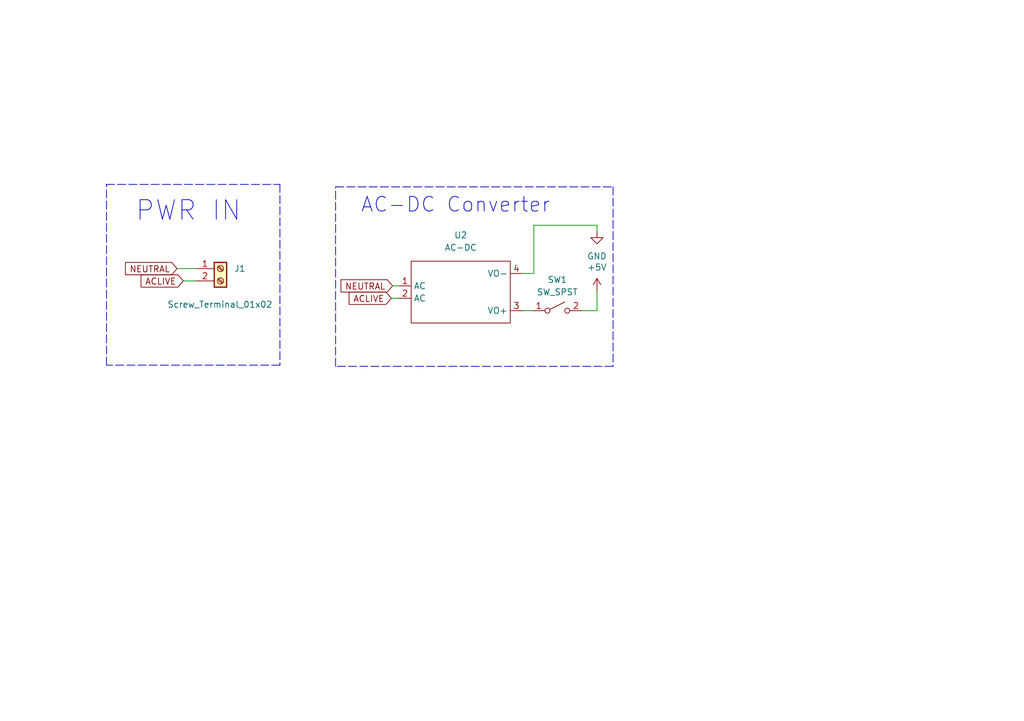
<source format=kicad_sch>
(kicad_sch (version 20211123) (generator eeschema)
  (paper "A5")
  (lib_symbols
    (symbol "Connector:Screw_Terminal_01x02" (pin_names (offset 1.016) hide)
      (property "Reference" "J" (at 0 2.54 0))
      (property "Value" "Screw_Terminal_01x02" (at 0 -5.08 0))
      (symbol "Screw_Terminal_01x02_1_1"
        (rectangle (start -1.27 1.27) (end 1.27 -3.81) (stroke (width 0.254)) (fill (type background)))
        (circle (center 0 -2.54) (radius 0.635) (stroke (width 0.1524)))
        (polyline (pts (xy -0.5334 -2.2098) (xy 0.3302 -3.048)) (stroke (width 0.1524)))
        (polyline (pts (xy -0.5334 0.3302) (xy 0.3302 -0.508)) (stroke (width 0.1524)))
        (polyline (pts (xy -0.3556 -2.032) (xy 0.508 -2.8702)) (stroke (width 0.1524)))
        (polyline (pts (xy -0.3556 0.508) (xy 0.508 -0.3302)) (stroke (width 0.1524)))
        (circle (center 0 0) (radius 0.635) (stroke (width 0.1524)))
        (pin passive line (at -5.08 0 0) (length 3.81) (name "Pin_1") (number "1"))
        (pin passive line (at -5.08 -2.54 0) (length 3.81) (name "Pin_2") (number "2"))
      )
    )
    (symbol "Switch:SW_SPST" (pin_names (offset 0) hide)
      (property "Reference" "SW" (at 0 3.175 0))
      (property "Value" "SW_SPST" (at 0 -2.54 0))
      (symbol "SW_SPST_0_0"
        (circle (center -2.032 0) (radius 0.508))
        (polyline (pts (xy -1.524 0.254) (xy 1.524 1.778)))
        (circle (center 2.032 0) (radius 0.508))
      )
      (symbol "SW_SPST_1_1"
        (pin passive line (at -5.08 0 0) (length 2.54) (name "A") (number "1"))
        (pin passive line (at 5.08 0 180) (length 2.54) (name "B") (number "2"))
      )
    )
    (symbol "Userlibrary:AC-DC"
      (property "Reference" "U" (at 0 0 0))
      (property "Value" "AC-DC" (at 0 0 0))
      (symbol "AC-DC_0_1"
        (rectangle (start 0 12.7) (end 20.32 0))
      )
      (symbol "AC-DC_1_1"
        (pin power_in line (at -2.54 7.62 0) (length 2.54) (name "AC") (number "1"))
        (pin power_in line (at -2.54 5.08 0) (length 2.54) (name "AC") (number "2"))
        (pin power_out line (at 22.86 2.54 180) (length 2.54) (name "VO+") (number "3"))
        (pin power_out line (at 22.86 10.16 180) (length 2.54) (name "VO-") (number "4"))
      )
    )
    (symbol "power:+5V" (power) (pin_names (offset 0))
      (property "Value" "+5V" (at 0 3.556 0))
      (symbol "+5V_0_1"
        (polyline (pts (xy -0.762 1.27) (xy 0 2.54)))
        (polyline (pts (xy 0 0) (xy 0 2.54)))
        (polyline (pts (xy 0 2.54) (xy 0.762 1.27)))
      )
      (symbol "+5V_1_1"
        (pin power_in line (at 0 0 90) (length 0) hide (name "+5V") (number "1"))
      )
    )
    (symbol "power:GND" (power) (pin_names (offset 0))
      (property "Value" "GND" (at 0 -3.81 0))
      (symbol "GND_0_1"
        (polyline (pts (xy 0 0) (xy 0 -1.27) (xy 1.27 -1.27) (xy 0 -2.54) (xy -1.27 -1.27) (xy 0 -1.27)))
      )
      (symbol "GND_1_1"
        (pin power_in line (at 0 0 270) (length 0) hide (name "GND") (number "1"))
      )
    )
  )
  (polyline (pts (xy 125.73 38.354) (xy 125.73 75.184)))
  (polyline (pts (xy 21.844 37.846) (xy 57.404 37.846)))
  (polyline (pts (xy 21.844 37.846) (xy 21.844 37.846)))
  (wire (pts (xy 122.428 63.754) (xy 122.428 59.69)))
  (polyline (pts (xy 21.844 74.93) (xy 21.844 37.846)))
  (polyline (pts (xy 21.844 37.846) (xy 21.844 38.1)))
  (wire (pts (xy 80.518 58.674) (xy 81.788 58.674)))
  (polyline (pts (xy 68.834 75.184) (xy 68.834 38.354)))
  (wire (pts (xy 109.474 46.228) (xy 122.428 46.228)))
  (wire (pts (xy 37.592 57.658) (xy 40.132 57.658)))
  (wire (pts (xy 119.38 63.754) (xy 122.428 63.754)))
  (wire (pts (xy 109.474 46.228) (xy 109.474 56.134)))
  (wire (pts (xy 36.322 55.118) (xy 40.132 55.118)))
  (wire (pts (xy 122.428 46.228) (xy 122.428 47.498)))
  (wire (pts (xy 107.188 56.134) (xy 109.474 56.134)))
  (polyline (pts (xy 125.73 75.184) (xy 68.834 75.184)))
  (polyline (pts (xy 57.404 74.93) (xy 21.844 74.93)))
  (polyline (pts (xy 57.404 37.846) (xy 57.404 74.93)))
  (wire (pts (xy 80.264 61.214) (xy 81.788 61.214)))
  (polyline (pts (xy 68.834 38.354) (xy 125.73 38.354)))
  (wire (pts (xy 107.188 63.754) (xy 109.22 63.754)))
  (text "PWR IN\n" (at 27.686 45.72 0) (effects (font (size 4 4)) (justify left bottom)))
  (text "AC-DC Converter\n\n" (at 73.914 48.768 0) (effects (font (size 3 3)) (justify left bottom)))
  (global_label "ACLIVE" (shape input) (at 80.264 61.214 180) (property "Intersheet References" "${INTERSHEET_REFS}" (effects hide)))
  (global_label "NEUTRAL" (shape input) (at 36.322 55.118 180) (property "Intersheet References" "${INTERSHEET_REFS}" (effects hide)))
  (global_label "ACLIVE" (shape input) (at 37.592 57.658 180) (property "Intersheet References" "${INTERSHEET_REFS}" (effects hide)))
  (global_label "NEUTRAL" (shape input) (at 80.518 58.674 180) (property "Intersheet References" "${INTERSHEET_REFS}" (effects hide)))
  (symbol (lib_id "Userlibrary:AC-DC") (at 84.328 66.294 0) (unit 1)
    (property "Reference" "U2" (at 94.488 48.26 0))
    (property "Value" "AC-DC" (at 94.488 50.8 0))
    (property "Footprint" "UserLibrary:AC_DC" (effects hide))
  )
  (symbol (lib_id "power:+5V") (at 122.428 59.69 0) (unit 1)
    (property "Reference" "#PWR0102" (effects hide))
    (property "Value" "+5V" (at 122.428 54.864 0))
  )
  (symbol (lib_id "Switch:SW_SPST") (at 114.3 63.754 0) (unit 1)
    (property "Reference" "SW1" (at 114.3 57.404 0))
    (property "Value" "SW_SPST" (at 114.3 59.944 0))
    (property "Footprint" "UserLibrary:KCD1 switch" (effects hide))
  )
  (symbol (lib_id "Connector:Screw_Terminal_01x02") (at 45.212 55.118 0) (unit 1)
    (property "Reference" "J1" (at 48.006 55.1179 0) (effects (justify left)))
    (property "Value" "Screw_Terminal_01x02" (at 34.29 62.484 0) (effects (justify left)))
    (property "Footprint" "UserLibrary:TerminalBlock_Phoenix_MKDS-1,5-2-5.08_1x02_P5.08mm_Horizontal" (effects hide))
  )
  (symbol (lib_id "power:GND") (at 122.428 47.498 0) (mirror y) (unit 1)
    (property "Reference" "#PWR0101" (effects hide))
    (property "Value" "GND" (at 122.428 52.578 0))
  )
)
</source>
